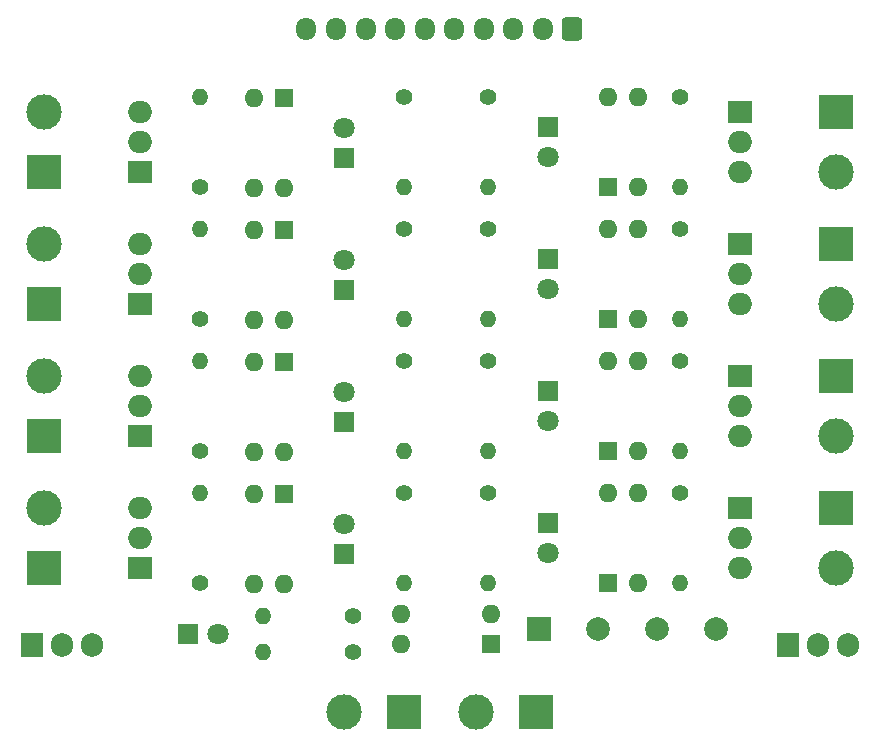
<source format=gbr>
%TF.GenerationSoftware,KiCad,Pcbnew,8.0.6*%
%TF.CreationDate,2024-12-14T18:39:01+02:00*%
%TF.ProjectId,Power_PCB,506f7765-725f-4504-9342-2e6b69636164,rev?*%
%TF.SameCoordinates,Original*%
%TF.FileFunction,Soldermask,Bot*%
%TF.FilePolarity,Negative*%
%FSLAX46Y46*%
G04 Gerber Fmt 4.6, Leading zero omitted, Abs format (unit mm)*
G04 Created by KiCad (PCBNEW 8.0.6) date 2024-12-14 18:39:01*
%MOMM*%
%LPD*%
G01*
G04 APERTURE LIST*
G04 Aperture macros list*
%AMRoundRect*
0 Rectangle with rounded corners*
0 $1 Rounding radius*
0 $2 $3 $4 $5 $6 $7 $8 $9 X,Y pos of 4 corners*
0 Add a 4 corners polygon primitive as box body*
4,1,4,$2,$3,$4,$5,$6,$7,$8,$9,$2,$3,0*
0 Add four circle primitives for the rounded corners*
1,1,$1+$1,$2,$3*
1,1,$1+$1,$4,$5*
1,1,$1+$1,$6,$7*
1,1,$1+$1,$8,$9*
0 Add four rect primitives between the rounded corners*
20,1,$1+$1,$2,$3,$4,$5,0*
20,1,$1+$1,$4,$5,$6,$7,0*
20,1,$1+$1,$6,$7,$8,$9,0*
20,1,$1+$1,$8,$9,$2,$3,0*%
G04 Aperture macros list end*
%ADD10R,3.000000X3.000000*%
%ADD11C,3.000000*%
%ADD12R,1.600000X1.600000*%
%ADD13O,1.600000X1.600000*%
%ADD14R,2.000000X1.905000*%
%ADD15O,2.000000X1.905000*%
%ADD16C,1.400000*%
%ADD17O,1.400000X1.400000*%
%ADD18R,1.800000X1.800000*%
%ADD19C,1.800000*%
%ADD20R,1.905000X2.000000*%
%ADD21O,1.905000X2.000000*%
%ADD22R,2.000000X2.000000*%
%ADD23C,2.000000*%
%ADD24RoundRect,0.250000X0.600000X0.725000X-0.600000X0.725000X-0.600000X-0.725000X0.600000X-0.725000X0*%
%ADD25O,1.700000X1.950000*%
G04 APERTURE END LIST*
D10*
%TO.C,Mag4*%
X129796000Y-50812000D03*
D11*
X129796000Y-55892000D03*
%TD*%
D12*
%TO.C,U6*%
X100576000Y-95775000D03*
D13*
X100576000Y-93235000D03*
X92956000Y-93235000D03*
X92956000Y-95775000D03*
%TD*%
D14*
%TO.C,Q3*%
X70868000Y-78244000D03*
D15*
X70868000Y-75704000D03*
X70868000Y-73164000D03*
%TD*%
D16*
%TO.C,330*%
X100332000Y-49542000D03*
D17*
X100332000Y-57162000D03*
%TD*%
D14*
%TO.C,Q1*%
X121668000Y-84340000D03*
D15*
X121668000Y-86880000D03*
X121668000Y-89420000D03*
%TD*%
D10*
%TO.C,Alarm*%
X93220000Y-101612000D03*
D11*
X88140000Y-101612000D03*
%TD*%
D12*
%TO.C,U8*%
X110492000Y-68328000D03*
D13*
X113032000Y-68328000D03*
X113032000Y-60708000D03*
X110492000Y-60708000D03*
%TD*%
D18*
%TO.C,D5*%
X105412000Y-74429000D03*
D19*
X105412000Y-76969000D03*
%TD*%
D16*
%TO.C,330*%
X93220000Y-71894000D03*
D17*
X93220000Y-79514000D03*
%TD*%
D12*
%TO.C,U1*%
X110492000Y-90680000D03*
D13*
X113032000Y-90680000D03*
X113032000Y-83060000D03*
X110492000Y-83060000D03*
%TD*%
D16*
%TO.C,1K*%
X75948000Y-68338000D03*
D17*
X75948000Y-60718000D03*
%TD*%
D16*
%TO.C,330*%
X100332000Y-83070000D03*
D17*
X100332000Y-90690000D03*
%TD*%
D10*
%TO.C,Mag1*%
X129796000Y-84340000D03*
D11*
X129796000Y-89420000D03*
%TD*%
D14*
%TO.C,Q7*%
X121668000Y-61988000D03*
D15*
X121668000Y-64528000D03*
X121668000Y-67068000D03*
%TD*%
D18*
%TO.C,D7*%
X88140000Y-65803000D03*
D19*
X88140000Y-63263000D03*
%TD*%
D20*
%TO.C,Q5*%
X61724000Y-95882500D03*
D21*
X64264000Y-95882500D03*
X66804000Y-95882500D03*
%TD*%
D10*
%TO.C,Power*%
X104396000Y-101612000D03*
D11*
X99316000Y-101612000D03*
%TD*%
D18*
%TO.C,D2*%
X105412000Y-85605000D03*
D19*
X105412000Y-88145000D03*
%TD*%
D14*
%TO.C,Q6*%
X70868000Y-67068000D03*
D15*
X70868000Y-64528000D03*
X70868000Y-61988000D03*
%TD*%
D14*
%TO.C,Q8*%
X70868000Y-89420000D03*
D15*
X70868000Y-86880000D03*
X70868000Y-84340000D03*
%TD*%
D16*
%TO.C,330*%
X100332000Y-71894000D03*
D17*
X100332000Y-79514000D03*
%TD*%
D12*
%TO.C,U2*%
X110492000Y-57152000D03*
D13*
X113032000Y-57152000D03*
X113032000Y-49532000D03*
X110492000Y-49532000D03*
%TD*%
D10*
%TO.C,Mag3*%
X129796000Y-61988000D03*
D11*
X129796000Y-67068000D03*
%TD*%
D20*
%TO.C,U4*%
X125732000Y-95882500D03*
D21*
X128272000Y-95882500D03*
X130812000Y-95882500D03*
%TD*%
D18*
%TO.C,D8*%
X105412000Y-63253000D03*
D19*
X105412000Y-65793000D03*
%TD*%
D10*
%TO.C,Mag2*%
X129796000Y-73164000D03*
D11*
X129796000Y-78244000D03*
%TD*%
D14*
%TO.C,Q9*%
X70868000Y-55892000D03*
D15*
X70868000Y-53352000D03*
X70868000Y-50812000D03*
%TD*%
D22*
%TO.C,D1*%
X104636000Y-94517500D03*
D23*
X109636000Y-94517500D03*
X114636000Y-94517500D03*
X119636000Y-94517500D03*
%TD*%
D16*
%TO.C,1K*%
X75948000Y-79514000D03*
D17*
X75948000Y-71894000D03*
%TD*%
D16*
%TO.C,330*%
X88902000Y-96532000D03*
D17*
X81282000Y-96532000D03*
%TD*%
D14*
%TO.C,Q2*%
X121668000Y-50812000D03*
D15*
X121668000Y-53352000D03*
X121668000Y-55892000D03*
%TD*%
D18*
%TO.C,D9*%
X88140000Y-88155000D03*
D19*
X88140000Y-85615000D03*
%TD*%
D16*
%TO.C,1K*%
X116588000Y-83070000D03*
D17*
X116588000Y-90690000D03*
%TD*%
D10*
%TO.C,Extra1*%
X62740000Y-89420000D03*
D11*
X62740000Y-84340000D03*
%TD*%
D12*
%TO.C,U7*%
X83060000Y-60728000D03*
D13*
X80520000Y-60728000D03*
X80520000Y-68348000D03*
X83060000Y-68348000D03*
%TD*%
D12*
%TO.C,U10*%
X83060000Y-49552000D03*
D13*
X80520000Y-49552000D03*
X80520000Y-57172000D03*
X83060000Y-57172000D03*
%TD*%
D18*
%TO.C,D4*%
X88140000Y-76979000D03*
D19*
X88140000Y-74439000D03*
%TD*%
D18*
%TO.C,D6*%
X74932000Y-95008000D03*
D19*
X77472000Y-95008000D03*
%TD*%
D16*
%TO.C,1K*%
X116588000Y-49542000D03*
D17*
X116588000Y-57162000D03*
%TD*%
D16*
%TO.C,330*%
X93220000Y-83070000D03*
D17*
X93220000Y-90690000D03*
%TD*%
D16*
%TO.C,330*%
X93220000Y-49542000D03*
D17*
X93220000Y-57162000D03*
%TD*%
D12*
%TO.C,U3*%
X83060000Y-71904000D03*
D13*
X80520000Y-71904000D03*
X80520000Y-79524000D03*
X83060000Y-79524000D03*
%TD*%
D14*
%TO.C,Q4*%
X121668000Y-73164000D03*
D15*
X121668000Y-75704000D03*
X121668000Y-78244000D03*
%TD*%
D16*
%TO.C,330*%
X100332000Y-60718000D03*
D17*
X100332000Y-68338000D03*
%TD*%
D16*
%TO.C,1K*%
X116588000Y-60718000D03*
D17*
X116588000Y-68338000D03*
%TD*%
D16*
%TO.C,330*%
X93220000Y-60718000D03*
D17*
X93220000Y-68338000D03*
%TD*%
D10*
%TO.C,Extra4*%
X62740000Y-55892000D03*
D11*
X62740000Y-50812000D03*
%TD*%
D16*
%TO.C,1K*%
X116588000Y-71894000D03*
D17*
X116588000Y-79514000D03*
%TD*%
D10*
%TO.C,Extra2*%
X62740000Y-78244000D03*
D11*
X62740000Y-73164000D03*
%TD*%
D16*
%TO.C,1K*%
X75948000Y-57162000D03*
D17*
X75948000Y-49542000D03*
%TD*%
D10*
%TO.C,Extra3*%
X62740000Y-67068000D03*
D11*
X62740000Y-61988000D03*
%TD*%
D16*
%TO.C,1K*%
X88902000Y-93484000D03*
D17*
X81282000Y-93484000D03*
%TD*%
D24*
%TO.C,From_Control*%
X107444000Y-43772000D03*
D25*
X104944000Y-43772000D03*
X102444000Y-43772000D03*
X99944000Y-43772000D03*
X97444000Y-43772000D03*
X94944000Y-43772000D03*
X92444000Y-43772000D03*
X89944000Y-43772000D03*
X87444000Y-43772000D03*
X84944000Y-43772000D03*
%TD*%
D18*
%TO.C,D10*%
X88140000Y-54627000D03*
D19*
X88140000Y-52087000D03*
%TD*%
D16*
%TO.C,1K*%
X75948000Y-90690000D03*
D17*
X75948000Y-83070000D03*
%TD*%
D12*
%TO.C,U9*%
X83060000Y-83080000D03*
D13*
X80520000Y-83080000D03*
X80520000Y-90700000D03*
X83060000Y-90700000D03*
%TD*%
D18*
%TO.C,D3*%
X105412000Y-52077000D03*
D19*
X105412000Y-54617000D03*
%TD*%
D12*
%TO.C,U5*%
X110492000Y-79504000D03*
D13*
X113032000Y-79504000D03*
X113032000Y-71884000D03*
X110492000Y-71884000D03*
%TD*%
M02*

</source>
